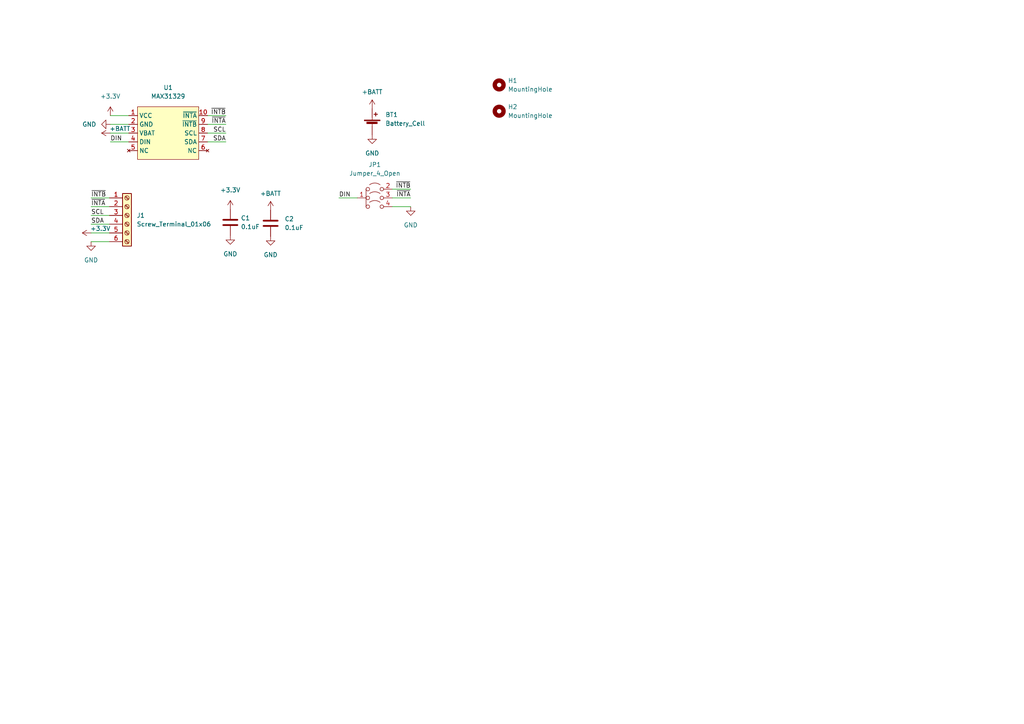
<source format=kicad_sch>
(kicad_sch (version 20211123) (generator eeschema)
  (paper "A4")
  (lib_symbols
    (symbol "Connector:Screw_Terminal_01x06" (pin_names (offset 1.016) hide)
      (property "Reference" "J" (at 0 7.62 0))
      (property "Value" "Screw_Terminal_01x06" (at 0 -10.16 0))
      (symbol "Screw_Terminal_01x06_1_1"
        (rectangle (start -1.27 6.35) (end 1.27 -8.89) (stroke (width 0.254)) (fill (type background)))
        (circle (center 0 -7.62) (radius 0.635) (stroke (width 0.1524)))
        (circle (center 0 -5.08) (radius 0.635) (stroke (width 0.1524)))
        (circle (center 0 -2.54) (radius 0.635) (stroke (width 0.1524)))
        (polyline (pts (xy -0.5334 -7.2898) (xy 0.3302 -8.128)) (stroke (width 0.1524)))
        (polyline (pts (xy -0.5334 -4.7498) (xy 0.3302 -5.588)) (stroke (width 0.1524)))
        (polyline (pts (xy -0.5334 -2.2098) (xy 0.3302 -3.048)) (stroke (width 0.1524)))
        (polyline (pts (xy -0.5334 0.3302) (xy 0.3302 -0.508)) (stroke (width 0.1524)))
        (polyline (pts (xy -0.5334 2.8702) (xy 0.3302 2.032)) (stroke (width 0.1524)))
        (polyline (pts (xy -0.5334 5.4102) (xy 0.3302 4.572)) (stroke (width 0.1524)))
        (polyline (pts (xy -0.3556 -7.112) (xy 0.508 -7.9502)) (stroke (width 0.1524)))
        (polyline (pts (xy -0.3556 -4.572) (xy 0.508 -5.4102)) (stroke (width 0.1524)))
        (polyline (pts (xy -0.3556 -2.032) (xy 0.508 -2.8702)) (stroke (width 0.1524)))
        (polyline (pts (xy -0.3556 0.508) (xy 0.508 -0.3302)) (stroke (width 0.1524)))
        (polyline (pts (xy -0.3556 3.048) (xy 0.508 2.2098)) (stroke (width 0.1524)))
        (polyline (pts (xy -0.3556 5.588) (xy 0.508 4.7498)) (stroke (width 0.1524)))
        (circle (center 0 0) (radius 0.635) (stroke (width 0.1524)))
        (circle (center 0 2.54) (radius 0.635) (stroke (width 0.1524)))
        (circle (center 0 5.08) (radius 0.635) (stroke (width 0.1524)))
        (pin passive line (at -5.08 5.08 0) (length 3.81) (name "Pin_1") (number "1"))
        (pin passive line (at -5.08 2.54 0) (length 3.81) (name "Pin_2") (number "2"))
        (pin passive line (at -5.08 0 0) (length 3.81) (name "Pin_3") (number "3"))
        (pin passive line (at -5.08 -2.54 0) (length 3.81) (name "Pin_4") (number "4"))
        (pin passive line (at -5.08 -5.08 0) (length 3.81) (name "Pin_5") (number "5"))
        (pin passive line (at -5.08 -7.62 0) (length 3.81) (name "Pin_6") (number "6"))
      )
    )
    (symbol "Device:Battery_Cell" (pin_numbers hide) (pin_names (offset 0) hide)
      (property "Reference" "BT" (at 2.54 2.54 0))
      (property "Value" "Battery_Cell" (at 2.54 0 0))
      (symbol "Battery_Cell_0_1"
        (rectangle (start -2.286 1.778) (end 2.286 1.524) (fill (type outline)))
        (rectangle (start -1.5748 1.1938) (end 1.4732 0.6858) (fill (type outline)))
        (polyline (pts (xy 0 0.762) (xy 0 0)))
        (polyline (pts (xy 0 1.778) (xy 0 2.54)))
        (polyline (pts (xy 0.508 3.429) (xy 1.524 3.429)) (stroke (width 0.254)))
        (polyline (pts (xy 1.016 3.937) (xy 1.016 2.921)) (stroke (width 0.254)))
      )
      (symbol "Battery_Cell_1_1"
        (pin passive line (at 0 5.08 270) (length 2.54) (name "+") (number "1"))
        (pin passive line (at 0 -2.54 90) (length 2.54) (name "-") (number "2"))
      )
    )
    (symbol "Device:C" (pin_numbers hide) (pin_names (offset 0.254))
      (property "Reference" "C" (at 0.635 2.54 0))
      (property "Value" "C" (at 0.635 -2.54 0))
      (symbol "C_0_1"
        (polyline (pts (xy -2.032 -0.762) (xy 2.032 -0.762)) (stroke (width 0.508)))
        (polyline (pts (xy -2.032 0.762) (xy 2.032 0.762)) (stroke (width 0.508)))
      )
      (symbol "C_1_1"
        (pin passive line (at 0 3.81 270) (length 2.794) (name "~") (number "1"))
        (pin passive line (at 0 -3.81 90) (length 2.794) (name "~") (number "2"))
      )
    )
    (symbol "Mechanical:MountingHole" (pin_names (offset 1.016))
      (property "Reference" "H" (at 0 5.08 0))
      (property "Value" "MountingHole" (at 0 3.175 0))
      (symbol "MountingHole_0_1"
        (circle (center 0 0) (radius 1.27) (stroke (width 1.27)))
      )
    )
    (symbol "custom_components:Jumper_4_Open" (pin_names (offset 0) hide)
      (property "Reference" "JP" (at 0 6.35 0))
      (property "Value" "Jumper_4_Open" (at 0 -5.08 0))
      (symbol "Jumper_4_Open_0_0"
        (circle (center -2.032 -2.54) (radius 0.508))
        (circle (center -2.032 0) (radius 0.508))
        (circle (center -2.032 2.54) (radius 0.508))
        (circle (center 2.032 0) (radius 0.508))
      )
      (symbol "Jumper_4_Open_0_1"
        (rectangle (start -2.54 0) (end -2.54 -2.54))
        (rectangle (start -2.54 0) (end -2.54 2.54))
        (arc (start 1.524 -1.27) (mid 0 -0.762) (end -1.524 -1.27))
        (arc (start 1.524 1.27) (mid 0 1.778) (end -1.524 1.27))
        (arc (start 1.524 3.81) (mid 0 4.318) (end -1.524 3.81))
      )
      (symbol "Jumper_4_Open_1_0"
        (circle (center 2.032 -2.54) (radius 0.508))
        (circle (center 2.032 2.54) (radius 0.508))
      )
      (symbol "Jumper_4_Open_1_1"
        (pin passive line (at -5.08 0 0) (length 2.54) (name "A") (number "1"))
        (pin passive line (at 5.08 2.54 180) (length 2.54) (name "B") (number "2"))
        (pin passive line (at 5.08 0 180) (length 2.54) (name "B") (number "3"))
        (pin passive line (at 5.08 -2.54 180) (length 2.54) (name "B") (number "4"))
      )
    )
    (symbol "custom_components:MAX31329"
      (property "Reference" "U" (at -7.62 8.89 0))
      (property "Value" "MAX31329" (at 0 -8.89 0))
      (symbol "MAX31329_0_0"
        (pin power_in line (at -11.43 5.08 0) (length 2.54) (name "VCC") (number "1"))
        (pin bidirectional line (at 11.43 5.08 180) (length 2.54) (name "~{INTA}") (number "10"))
        (pin power_in line (at -11.43 2.54 0) (length 2.54) (name "GND") (number "2"))
        (pin power_in line (at -11.43 0 0) (length 2.54) (name "VBAT") (number "3"))
        (pin input line (at -11.43 -2.54 0) (length 2.54) (name "DIN") (number "4"))
        (pin no_connect line (at -11.43 -5.08 0) (length 2.54) (name "NC") (number "5"))
        (pin no_connect line (at 11.43 -5.08 180) (length 2.54) (name "NC") (number "6"))
        (pin bidirectional line (at 11.43 -2.54 180) (length 2.54) (name "SDA") (number "7"))
        (pin bidirectional line (at 11.43 0 180) (length 2.54) (name "SCL") (number "8"))
        (pin output line (at 11.43 2.54 180) (length 2.54) (name "~{INTB}") (number "9"))
      )
      (symbol "MAX31329_0_1"
        (rectangle (start -8.89 7.62) (end 8.89 -7.62) (fill (type background)))
      )
    )
    (symbol "power:+3.3V" (power) (pin_names (offset 0))
      (property "Value" "+3.3V" (at 0 3.556 0))
      (symbol "+3.3V_0_1"
        (polyline (pts (xy -0.762 1.27) (xy 0 2.54)))
        (polyline (pts (xy 0 0) (xy 0 2.54)))
        (polyline (pts (xy 0 2.54) (xy 0.762 1.27)))
      )
      (symbol "+3.3V_1_1"
        (pin power_in line (at 0 0 90) (length 0) hide (name "+3.3V") (number "1"))
      )
    )
    (symbol "power:+BATT" (power) (pin_names (offset 0))
      (property "Value" "+BATT" (at 0 3.556 0))
      (symbol "+BATT_0_1"
        (polyline (pts (xy -0.762 1.27) (xy 0 2.54)))
        (polyline (pts (xy 0 0) (xy 0 2.54)))
        (polyline (pts (xy 0 2.54) (xy 0.762 1.27)))
      )
      (symbol "+BATT_1_1"
        (pin power_in line (at 0 0 90) (length 0) hide (name "+BATT") (number "1"))
      )
    )
    (symbol "power:GND" (power) (pin_names (offset 0))
      (property "Value" "GND" (at 0 -3.81 0))
      (symbol "GND_0_1"
        (polyline (pts (xy 0 0) (xy 0 -1.27) (xy 1.27 -1.27) (xy 0 -2.54) (xy -1.27 -1.27) (xy 0 -1.27)))
      )
      (symbol "GND_1_1"
        (pin power_in line (at 0 0 270) (length 0) hide (name "GND") (number "1"))
      )
    )
  )
  (wire (pts (xy 26.416 67.564) (xy 31.75 67.564)))
  (wire (pts (xy 26.416 59.944) (xy 31.75 59.944)))
  (wire (pts (xy 26.416 70.104) (xy 31.75 70.104)))
  (wire (pts (xy 32.004 38.608) (xy 37.338 38.608)))
  (wire (pts (xy 60.198 36.068) (xy 65.532 36.068)))
  (wire (pts (xy 98.298 57.404) (xy 103.632 57.404)))
  (wire (pts (xy 26.416 65.024) (xy 31.75 65.024)))
  (wire (pts (xy 113.792 54.864) (xy 119.126 54.864)))
  (wire (pts (xy 26.416 62.484) (xy 31.75 62.484)))
  (wire (pts (xy 113.792 59.944) (xy 119.126 59.944)))
  (wire (pts (xy 32.004 33.528) (xy 37.338 33.528)))
  (wire (pts (xy 60.198 41.148) (xy 65.532 41.148)))
  (wire (pts (xy 113.792 57.404) (xy 119.126 57.404)))
  (wire (pts (xy 26.416 57.404) (xy 31.75 57.404)))
  (wire (pts (xy 32.004 41.148) (xy 37.338 41.148)))
  (wire (pts (xy 60.198 33.528) (xy 65.532 33.528)))
  (wire (pts (xy 32.004 36.068) (xy 37.338 36.068)))
  (wire (pts (xy 60.198 38.608) (xy 65.532 38.608)))
  (label "~{INTB}" (at 65.532 33.528 180))
  (label "~{INTB}" (at 26.416 57.404 0))
  (label "~{INTB}" (at 119.126 54.864 180))
  (label "SCL" (at 65.532 38.608 180))
  (label "~{INTA}" (at 65.532 36.068 180))
  (label "SDA" (at 65.532 41.148 180))
  (label "~{INTA}" (at 26.416 59.944 0))
  (label "~{INTA}" (at 119.126 57.404 180))
  (label "DIN" (at 32.004 41.148 0))
  (label "SCL" (at 26.416 62.484 0))
  (label "DIN" (at 98.298 57.404 0))
  (label "SDA" (at 26.416 65.024 0))
  (symbol (lib_id "power:GND") (at 26.416 70.104 0) (unit 1)
    (property "Reference" "#PWR02" (effects hide))
    (property "Value" "GND" (at 26.416 75.438 0))
  )
  (symbol (lib_id "power:+3.3V") (at 32.004 33.528 0) (unit 1)
    (property "Reference" "#PWR03" (effects hide))
    (property "Value" "+3.3V" (at 32.004 27.94 0))
  )
  (symbol (lib_id "Device:C") (at 66.802 64.516 0) (unit 1)
    (property "Reference" "C1" (at 69.85 63.2459 0) (effects (justify left)))
    (property "Value" "0.1uF" (at 69.85 65.7859 0) (effects (justify left)))
    (property "Footprint" "Capacitor_SMD:C_0603_1608Metric" (effects hide))
  )
  (symbol (lib_id "power:+BATT") (at 107.95 31.496 0) (unit 1)
    (property "Reference" "#PWR010" (effects hide))
    (property "Value" "+BATT" (at 107.95 26.67 0))
  )
  (symbol (lib_id "power:GND") (at 78.486 68.58 0) (unit 1)
    (property "Reference" "#PWR09" (effects hide))
    (property "Value" "GND" (at 78.486 73.914 0))
  )
  (symbol (lib_id "power:GND") (at 32.004 36.068 270) (unit 1)
    (property "Reference" "#PWR04" (effects hide))
    (property "Value" "GND" (at 27.94 36.0679 90) (effects (justify right)))
  )
  (symbol (lib_id "custom_components:MAX31329") (at 48.768 38.608 0) (unit 1)
    (property "Reference" "U1" (at 48.768 25.4 0))
    (property "Value" "MAX31329" (at 48.768 27.94 0))
    (property "Footprint" "custom_footprints:LGA10_5x5mm_21-100481" (effects hide))
  )
  (symbol (lib_id "power:+3.3V") (at 66.802 60.706 0) (unit 1)
    (property "Reference" "#PWR06" (effects hide))
    (property "Value" "+3.3V" (at 66.802 55.118 0))
  )
  (symbol (lib_id "Mechanical:MountingHole") (at 144.78 32.258 0) (unit 1)
    (property "Reference" "H2" (at 147.32 30.9879 0) (effects (justify left)))
    (property "Value" "MountingHole" (at 147.32 33.5279 0) (effects (justify left)))
    (property "Footprint" "MountingHole:MountingHole_3.2mm_M3" (effects hide))
  )
  (symbol (lib_id "power:+3.3V") (at 26.416 67.564 90) (unit 1)
    (property "Reference" "#PWR01" (effects hide))
    (property "Value" "+3.3V" (at 26.162 66.294 90) (effects (justify right)))
  )
  (symbol (lib_id "custom_components:Jumper_4_Open") (at 108.712 57.404 0) (unit 1)
    (property "Reference" "JP1" (at 108.712 47.752 0))
    (property "Value" "Jumper_4_Open" (at 108.712 50.292 0))
    (property "Footprint" "custom_footprints:SolderJumper-4_Open_Pad1.0x1.5mm" (effects hide))
  )
  (symbol (lib_id "power:GND") (at 107.95 39.116 0) (unit 1)
    (property "Reference" "#PWR011" (effects hide))
    (property "Value" "GND" (at 107.95 44.45 0))
  )
  (symbol (lib_id "power:GND") (at 119.126 59.944 0) (unit 1)
    (property "Reference" "#PWR012" (effects hide))
    (property "Value" "GND" (at 119.126 65.278 0))
  )
  (symbol (lib_id "Device:Battery_Cell") (at 107.95 36.576 0) (unit 1)
    (property "Reference" "BT1" (at 111.76 33.2739 0) (effects (justify left)))
    (property "Value" "Battery_Cell" (at 111.76 35.8139 0) (effects (justify left)))
    (property "Footprint" "custom_footprints:SMTM1225" (effects hide))
  )
  (symbol (lib_id "Mechanical:MountingHole") (at 144.78 24.638 0) (unit 1)
    (property "Reference" "H1" (at 147.32 23.3679 0) (effects (justify left)))
    (property "Value" "MountingHole" (at 147.32 25.9079 0) (effects (justify left)))
    (property "Footprint" "MountingHole:MountingHole_3.2mm_M3" (effects hide))
  )
  (symbol (lib_id "power:+BATT") (at 78.486 60.96 0) (unit 1)
    (property "Reference" "#PWR08" (effects hide))
    (property "Value" "+BATT" (at 78.486 56.134 0))
  )
  (symbol (lib_id "power:GND") (at 66.802 68.326 0) (unit 1)
    (property "Reference" "#PWR07" (effects hide))
    (property "Value" "GND" (at 66.802 73.66 0))
  )
  (symbol (lib_id "Connector:Screw_Terminal_01x06") (at 36.83 62.484 0) (unit 1)
    (property "Reference" "J1" (at 39.624 62.4839 0) (effects (justify left)))
    (property "Value" "Screw_Terminal_01x06" (at 39.624 65.0239 0) (effects (justify left)))
    (property "Footprint" "TerminalBlock_Phoenix:TerminalBlock_Phoenix_PT-1,5-6-3.5-H_1x06_P3.50mm_Horizontal" (effects hide))
  )
  (symbol (lib_id "power:+BATT") (at 32.004 38.608 90) (unit 1)
    (property "Reference" "#PWR05" (effects hide))
    (property "Value" "+BATT" (at 31.75 37.338 90) (effects (justify right)))
  )
  (symbol (lib_id "Device:C") (at 78.486 64.77 0) (unit 1)
    (property "Reference" "C2" (at 82.55 63.4999 0) (effects (justify left)))
    (property "Value" "0.1uF" (at 82.55 66.0399 0) (effects (justify left)))
    (property "Footprint" "Capacitor_SMD:C_0603_1608Metric" (effects hide))
  )
)
</source>
